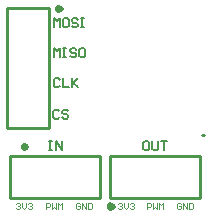
<source format=gto>
G04*
G04 #@! TF.GenerationSoftware,Altium Limited,Altium Designer,21.6.4 (81)*
G04*
G04 Layer_Color=65535*
%FSLAX25Y25*%
%MOIN*%
G70*
G04*
G04 #@! TF.SameCoordinates,6B608D9E-A8E0-47A2-ABE4-9162D6615288*
G04*
G04*
G04 #@! TF.FilePolarity,Positive*
G04*
G01*
G75*
%ADD10C,0.00984*%
%ADD11C,0.02000*%
%ADD12C,0.01000*%
%ADD13C,0.00300*%
%ADD14C,0.00500*%
D10*
X68882Y81063D02*
X68094D01*
X68882D01*
D11*
X38394Y57185D02*
X37644Y57618D01*
Y56752D01*
X38394Y57185D01*
X9500Y77000D02*
X8750Y77433D01*
Y76567D01*
X9500Y77000D01*
X21000Y123000D02*
X20250Y123433D01*
Y122567D01*
X21000Y123000D01*
D12*
X37500Y60000D02*
X67500D01*
X37500Y72000D02*
Y74000D01*
Y60000D02*
Y72000D01*
Y74000D02*
X67500D01*
Y60000D02*
Y74000D01*
X4000Y60000D02*
X34000D01*
X4000Y72000D02*
Y74000D01*
Y60000D02*
Y72000D01*
Y74000D02*
X34000D01*
Y60000D02*
Y74000D01*
X15000Y123500D02*
X17000D01*
X3000Y83500D02*
X15000D01*
X17000D02*
Y123500D01*
X15000Y83500D02*
X17000D01*
X3000D02*
Y123500D01*
X15000D01*
D13*
X61082Y57872D02*
X60748Y58205D01*
X60082D01*
X59749Y57872D01*
Y56539D01*
X60082Y56205D01*
X60748D01*
X61082Y56539D01*
Y57205D01*
X60415D01*
X61748Y56205D02*
Y58205D01*
X63081Y56205D01*
Y58205D01*
X63748D02*
Y56205D01*
X64747D01*
X65080Y56539D01*
Y57872D01*
X64747Y58205D01*
X63748D01*
X27633Y57966D02*
X27300Y58299D01*
X26633D01*
X26300Y57966D01*
Y56633D01*
X26633Y56300D01*
X27300D01*
X27633Y56633D01*
Y57300D01*
X26966D01*
X28299Y56300D02*
Y58299D01*
X29632Y56300D01*
Y58299D01*
X30299D02*
Y56300D01*
X31298D01*
X31632Y56633D01*
Y57966D01*
X31298Y58299D01*
X30299D01*
X40064Y57872D02*
X40397Y58205D01*
X41063D01*
X41397Y57872D01*
Y57538D01*
X41063Y57205D01*
X40730D01*
X41063D01*
X41397Y56872D01*
Y56539D01*
X41063Y56205D01*
X40397D01*
X40064Y56539D01*
X42063Y58205D02*
Y56872D01*
X42730Y56205D01*
X43396Y56872D01*
Y58205D01*
X44063Y57872D02*
X44396Y58205D01*
X45062D01*
X45395Y57872D01*
Y57538D01*
X45062Y57205D01*
X44729D01*
X45062D01*
X45395Y56872D01*
Y56539D01*
X45062Y56205D01*
X44396D01*
X44063Y56539D01*
X49800Y56300D02*
Y58299D01*
X50800D01*
X51133Y57966D01*
Y57300D01*
X50800Y56966D01*
X49800D01*
X51799Y58299D02*
Y56300D01*
X52466Y56966D01*
X53132Y56300D01*
Y58299D01*
X53799Y56300D02*
Y58299D01*
X54465Y57633D01*
X55132Y58299D01*
Y56300D01*
X6300Y57966D02*
X6633Y58299D01*
X7300D01*
X7633Y57966D01*
Y57633D01*
X7300Y57300D01*
X6966D01*
X7300D01*
X7633Y56966D01*
Y56633D01*
X7300Y56300D01*
X6633D01*
X6300Y56633D01*
X8299Y58299D02*
Y56966D01*
X8966Y56300D01*
X9632Y56966D01*
Y58299D01*
X10299Y57966D02*
X10632Y58299D01*
X11298D01*
X11632Y57966D01*
Y57633D01*
X11298Y57300D01*
X10965D01*
X11298D01*
X11632Y56966D01*
Y56633D01*
X11298Y56300D01*
X10632D01*
X10299Y56633D01*
X16300Y56300D02*
Y58299D01*
X17300D01*
X17633Y57966D01*
Y57300D01*
X17300Y56966D01*
X16300D01*
X18299Y58299D02*
Y56300D01*
X18966Y56966D01*
X19632Y56300D01*
Y58299D01*
X20299Y56300D02*
Y58299D01*
X20965Y57633D01*
X21632Y58299D01*
Y56300D01*
D14*
X17000Y78999D02*
X18000D01*
X17500D01*
Y76000D01*
X17000D01*
X18000D01*
X19499D02*
Y78999D01*
X21498Y76000D01*
Y78999D01*
X49999D02*
X49000D01*
X48500Y78499D01*
Y76500D01*
X49000Y76000D01*
X49999D01*
X50499Y76500D01*
Y78499D01*
X49999Y78999D01*
X51499D02*
Y76500D01*
X51999Y76000D01*
X52999D01*
X53498Y76500D01*
Y78999D01*
X54498D02*
X56497D01*
X55498D01*
Y76000D01*
X20610Y89023D02*
X20110Y89523D01*
X19110D01*
X18610Y89023D01*
Y87024D01*
X19110Y86524D01*
X20110D01*
X20610Y87024D01*
X23609Y89023D02*
X23109Y89523D01*
X22109D01*
X21609Y89023D01*
Y88523D01*
X22109Y88023D01*
X23109D01*
X23609Y87523D01*
Y87024D01*
X23109Y86524D01*
X22109D01*
X21609Y87024D01*
X20708Y99456D02*
X20208Y99956D01*
X19208D01*
X18709Y99456D01*
Y97457D01*
X19208Y96957D01*
X20208D01*
X20708Y97457D01*
X21708Y99956D02*
Y96957D01*
X23707D01*
X24707Y99956D02*
Y96957D01*
Y97956D01*
X26706Y99956D01*
X25207Y98456D01*
X26706Y96957D01*
X18709Y106996D02*
Y109995D01*
X19708Y108995D01*
X20708Y109995D01*
Y106996D01*
X21708Y109995D02*
X22707D01*
X22208D01*
Y106996D01*
X21708D01*
X22707D01*
X26206Y109495D02*
X25706Y109995D01*
X24707D01*
X24207Y109495D01*
Y108995D01*
X24707Y108496D01*
X25706D01*
X26206Y107996D01*
Y107496D01*
X25706Y106996D01*
X24707D01*
X24207Y107496D01*
X28705Y109995D02*
X27706D01*
X27206Y109495D01*
Y107496D01*
X27706Y106996D01*
X28705D01*
X29205Y107496D01*
Y109495D01*
X28705Y109995D01*
X18709Y116937D02*
Y119936D01*
X19708Y118936D01*
X20708Y119936D01*
Y116937D01*
X23207Y119936D02*
X22208D01*
X21708Y119436D01*
Y117437D01*
X22208Y116937D01*
X23207D01*
X23707Y117437D01*
Y119436D01*
X23207Y119936D01*
X26706Y119436D02*
X26206Y119936D01*
X25207D01*
X24707Y119436D01*
Y118936D01*
X25207Y118437D01*
X26206D01*
X26706Y117937D01*
Y117437D01*
X26206Y116937D01*
X25207D01*
X24707Y117437D01*
X27706Y119936D02*
X28705D01*
X28206D01*
Y116937D01*
X27706D01*
X28705D01*
M02*

</source>
